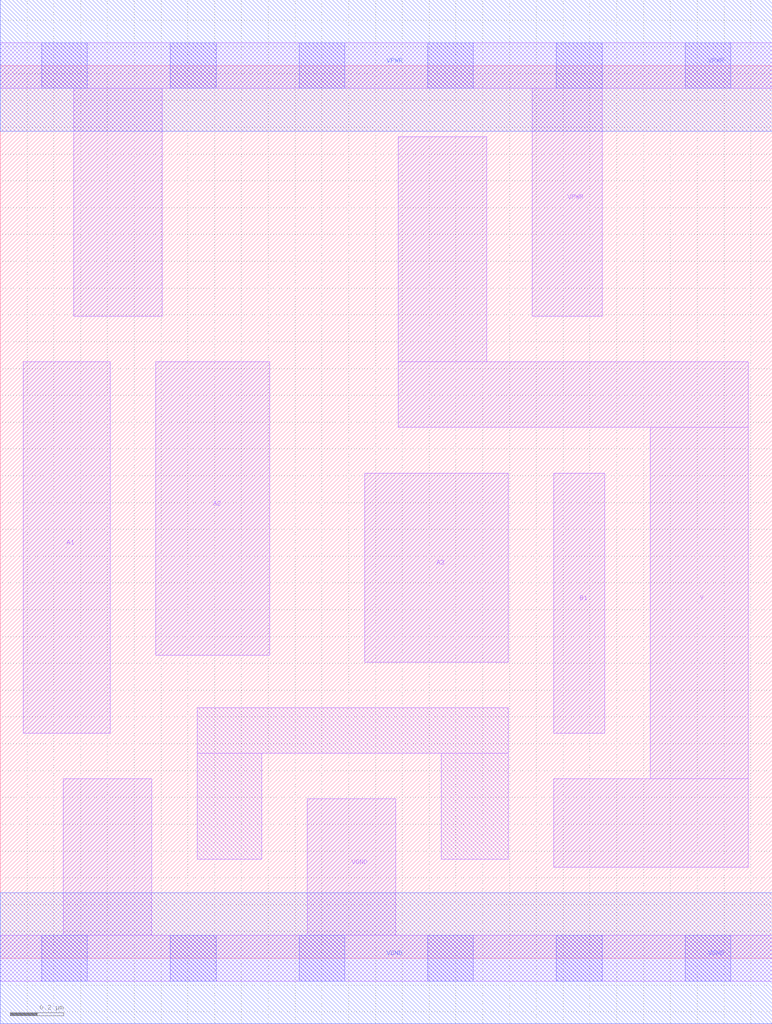
<source format=lef>
# Copyright 2020 The SkyWater PDK Authors
#
# Licensed under the Apache License, Version 2.0 (the "License");
# you may not use this file except in compliance with the License.
# You may obtain a copy of the License at
#
#     https://www.apache.org/licenses/LICENSE-2.0
#
# Unless required by applicable law or agreed to in writing, software
# distributed under the License is distributed on an "AS IS" BASIS,
# WITHOUT WARRANTIES OR CONDITIONS OF ANY KIND, either express or implied.
# See the License for the specific language governing permissions and
# limitations under the License.
#
# SPDX-License-Identifier: Apache-2.0

VERSION 5.7 ;
  NAMESCASESENSITIVE ON ;
  NOWIREEXTENSIONATPIN ON ;
  DIVIDERCHAR "/" ;
  BUSBITCHARS "[]" ;
UNITS
  DATABASE MICRONS 200 ;
END UNITS
MACRO sky130_fd_sc_lp__o31ai_0
  CLASS CORE ;
  SOURCE USER ;
  FOREIGN sky130_fd_sc_lp__o31ai_0 ;
  ORIGIN  0.000000  0.000000 ;
  SIZE  2.880000 BY  3.330000 ;
  SYMMETRY X Y R90 ;
  SITE unit ;
  PIN A1
    ANTENNAGATEAREA  0.159000 ;
    DIRECTION INPUT ;
    USE SIGNAL ;
    PORT
      LAYER li1 ;
        RECT 0.085000 0.840000 0.410000 2.225000 ;
    END
  END A1
  PIN A2
    ANTENNAGATEAREA  0.159000 ;
    DIRECTION INPUT ;
    USE SIGNAL ;
    PORT
      LAYER li1 ;
        RECT 0.580000 1.130000 1.005000 2.225000 ;
    END
  END A2
  PIN A3
    ANTENNAGATEAREA  0.159000 ;
    DIRECTION INPUT ;
    USE SIGNAL ;
    PORT
      LAYER li1 ;
        RECT 1.360000 1.105000 1.895000 1.810000 ;
    END
  END A3
  PIN B1
    ANTENNAGATEAREA  0.159000 ;
    DIRECTION INPUT ;
    USE SIGNAL ;
    PORT
      LAYER li1 ;
        RECT 2.065000 0.840000 2.255000 1.810000 ;
    END
  END B1
  PIN Y
    ANTENNADIFFAREA  0.433300 ;
    DIRECTION OUTPUT ;
    USE SIGNAL ;
    PORT
      LAYER li1 ;
        RECT 1.485000 1.980000 2.790000 2.225000 ;
        RECT 1.485000 2.225000 1.815000 3.065000 ;
        RECT 2.065000 0.340000 2.790000 0.670000 ;
        RECT 2.425000 0.670000 2.790000 1.980000 ;
    END
  END Y
  PIN VGND
    DIRECTION INOUT ;
    USE GROUND ;
    PORT
      LAYER li1 ;
        RECT 0.000000 -0.085000 2.880000 0.085000 ;
        RECT 0.235000  0.085000 0.565000 0.670000 ;
        RECT 1.145000  0.085000 1.475000 0.595000 ;
      LAYER mcon ;
        RECT 0.155000 -0.085000 0.325000 0.085000 ;
        RECT 0.635000 -0.085000 0.805000 0.085000 ;
        RECT 1.115000 -0.085000 1.285000 0.085000 ;
        RECT 1.595000 -0.085000 1.765000 0.085000 ;
        RECT 2.075000 -0.085000 2.245000 0.085000 ;
        RECT 2.555000 -0.085000 2.725000 0.085000 ;
      LAYER met1 ;
        RECT 0.000000 -0.245000 2.880000 0.245000 ;
    END
  END VGND
  PIN VPWR
    DIRECTION INOUT ;
    USE POWER ;
    PORT
      LAYER li1 ;
        RECT 0.000000 3.245000 2.880000 3.415000 ;
        RECT 0.275000 2.395000 0.605000 3.245000 ;
        RECT 1.985000 2.395000 2.245000 3.245000 ;
      LAYER mcon ;
        RECT 0.155000 3.245000 0.325000 3.415000 ;
        RECT 0.635000 3.245000 0.805000 3.415000 ;
        RECT 1.115000 3.245000 1.285000 3.415000 ;
        RECT 1.595000 3.245000 1.765000 3.415000 ;
        RECT 2.075000 3.245000 2.245000 3.415000 ;
        RECT 2.555000 3.245000 2.725000 3.415000 ;
      LAYER met1 ;
        RECT 0.000000 3.085000 2.880000 3.575000 ;
    END
  END VPWR
  OBS
    LAYER li1 ;
      RECT 0.735000 0.370000 0.975000 0.765000 ;
      RECT 0.735000 0.765000 1.895000 0.935000 ;
      RECT 1.645000 0.370000 1.895000 0.765000 ;
  END
END sky130_fd_sc_lp__o31ai_0

</source>
